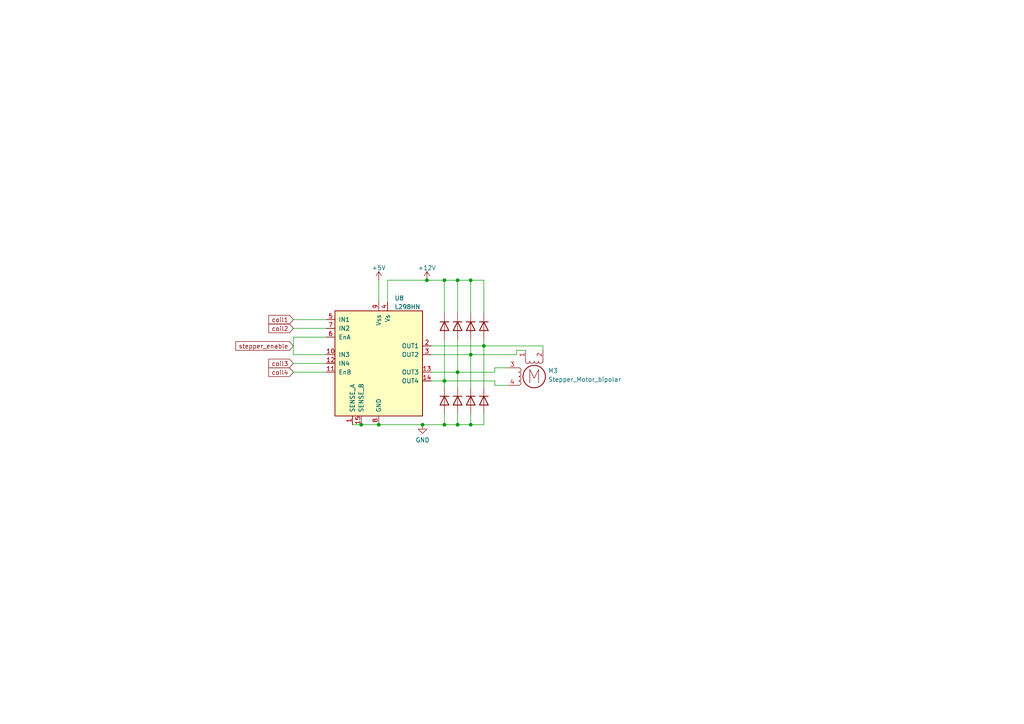
<source format=kicad_sch>
(kicad_sch (version 20230121) (generator eeschema)
  (paper "A4")
  (lib_symbols
    (symbol "Device:D" (pin_numbers hide) (pin_names (offset 1.016) hide)
      (property "Reference" "D" (at 0 2.54 0))
      (property "Value" "D" (at 0 -2.54 0))
      (symbol "D_0_1"
        (polyline (pts (xy -1.27 1.27) (xy -1.27 -1.27)) (stroke (width 0.254)))
        (polyline (pts (xy 1.27 0) (xy -1.27 0)))
        (polyline (pts (xy 1.27 1.27) (xy 1.27 -1.27) (xy -1.27 0) (xy 1.27 1.27)) (stroke (width 0.254)))
      )
      (symbol "D_1_1"
        (pin passive line (at -3.81 0 0) (length 2.54) (name "K") (number "1"))
        (pin passive line (at 3.81 0 180) (length 2.54) (name "A") (number "2"))
      )
    )
    (symbol "Driver_Motor:L298HN" (pin_names (offset 1.016))
      (property "Reference" "U" (at -10.16 16.51 0))
      (property "Value" "L298HN" (at 12.7 16.51 0))
      (symbol "L298HN_0_1"
        (rectangle (start -12.7 15.24) (end 12.7 -15.24) (stroke (width 0.254)) (fill (type background)))
      )
      (symbol "L298HN_1_1"
        (pin power_in line (at -7.62 -17.78 90) (length 2.54) (name "SENSE_A") (number "1"))
        (pin input line (at -15.24 2.54 0) (length 2.54) (name "IN3") (number "10"))
        (pin input line (at -15.24 -2.54 0) (length 2.54) (name "EnB") (number "11"))
        (pin input line (at -15.24 0 0) (length 2.54) (name "IN4") (number "12"))
        (pin output line (at 15.24 -2.54 180) (length 2.54) (name "OUT3") (number "13"))
        (pin output line (at 15.24 -5.08 180) (length 2.54) (name "OUT4") (number "14"))
        (pin power_in line (at -5.08 -17.78 90) (length 2.54) (name "SENSE_B") (number "15"))
        (pin output line (at 15.24 5.08 180) (length 2.54) (name "OUT1") (number "2"))
        (pin output line (at 15.24 2.54 180) (length 2.54) (name "OUT2") (number "3"))
        (pin power_in line (at 2.54 17.78 270) (length 2.54) (name "Vs") (number "4"))
        (pin input line (at -15.24 12.7 0) (length 2.54) (name "IN1") (number "5"))
        (pin input line (at -15.24 7.62 0) (length 2.54) (name "EnA") (number "6"))
        (pin input line (at -15.24 10.16 0) (length 2.54) (name "IN2") (number "7"))
        (pin power_in line (at 0 -17.78 90) (length 2.54) (name "GND") (number "8"))
        (pin power_in line (at 0 17.78 270) (length 2.54) (name "Vss") (number "9"))
      )
    )
    (symbol "Motor:Stepper_Motor_bipolar" (pin_names (offset 0) hide)
      (property "Reference" "M" (at 3.81 2.54 0))
      (property "Value" "Stepper_Motor_bipolar" (at 3.81 1.27 0))
      (symbol "Stepper_Motor_bipolar_0_0"
        (polyline (pts (xy -1.27 -1.778) (xy -1.27 2.032) (xy 0 -0.508) (xy 1.27 2.032) (xy 1.27 -1.778)))
      )
      (symbol "Stepper_Motor_bipolar_0_1"
        (arc (start -4.445 -2.54) (mid -3.8127 -1.905) (end -4.445 -1.27))
        (arc (start -4.445 -1.27) (mid -3.8127 -0.635) (end -4.445 0))
        (arc (start -4.445 0) (mid -3.8127 0.635) (end -4.445 1.27))
        (arc (start -4.445 1.27) (mid -3.8127 1.905) (end -4.445 2.54))
        (arc (start -2.54 4.445) (mid -1.905 3.8127) (end -1.27 4.445))
        (arc (start -1.27 4.445) (mid -0.635 3.8127) (end 0 4.445))
        (polyline (pts (xy -5.08 -2.54) (xy -4.445 -2.54)))
        (polyline (pts (xy -5.08 2.54) (xy -4.445 2.54)))
        (polyline (pts (xy -2.54 5.08) (xy -2.54 4.445)))
        (polyline (pts (xy 2.54 5.08) (xy 2.54 4.445)))
        (circle (center 0 0) (radius 3.2512) (stroke (width 0.254)))
        (arc (start 0 4.445) (mid 0.635 3.8127) (end 1.27 4.445))
        (arc (start 1.27 4.445) (mid 1.905 3.8127) (end 2.54 4.445))
      )
      (symbol "Stepper_Motor_bipolar_1_1"
        (pin passive line (at -2.54 7.62 270) (length 2.54) (name "~") (number "1"))
        (pin passive line (at 2.54 7.62 270) (length 2.54) (name "-") (number "2"))
        (pin passive line (at -7.62 2.54 0) (length 2.54) (name "~") (number "3"))
        (pin passive line (at -7.62 -2.54 0) (length 2.54) (name "~") (number "4"))
      )
    )
    (symbol "power:+12V" (power) (pin_names (offset 0))
      (property "Value" "+12V" (at 0 3.556 0))
      (symbol "+12V_0_1"
        (polyline (pts (xy -0.762 1.27) (xy 0 2.54)))
        (polyline (pts (xy 0 0) (xy 0 2.54)))
        (polyline (pts (xy 0 2.54) (xy 0.762 1.27)))
      )
      (symbol "+12V_1_1"
        (pin power_in line (at 0 0 90) (length 0) hide (name "+12V") (number "1"))
      )
    )
    (symbol "power:+5V" (power) (pin_names (offset 0))
      (property "Value" "+5V" (at 0 3.556 0))
      (symbol "+5V_0_1"
        (polyline (pts (xy -0.762 1.27) (xy 0 2.54)))
        (polyline (pts (xy 0 0) (xy 0 2.54)))
        (polyline (pts (xy 0 2.54) (xy 0.762 1.27)))
      )
      (symbol "+5V_1_1"
        (pin power_in line (at 0 0 90) (length 0) hide (name "+5V") (number "1"))
      )
    )
    (symbol "power:GND" (power) (pin_names (offset 0))
      (property "Value" "GND" (at 0 -3.81 0))
      (symbol "GND_0_1"
        (polyline (pts (xy 0 0) (xy 0 -1.27) (xy 1.27 -1.27) (xy 0 -2.54) (xy -1.27 -1.27) (xy 0 -1.27)))
      )
      (symbol "GND_1_1"
        (pin power_in line (at 0 0 270) (length 0) hide (name "GND") (number "1"))
      )
    )
  )
  (junction (at 140.335 100.33))
  (junction (at 122.555 123.19))
  (junction (at 132.715 123.19))
  (junction (at 128.905 81.28))
  (junction (at 136.525 102.87))
  (junction (at 132.715 107.95))
  (junction (at 128.905 110.49))
  (junction (at 104.775 123.19))
  (junction (at 123.825 81.28))
  (junction (at 132.715 81.28))
  (junction (at 109.855 123.19))
  (junction (at 128.905 123.19))
  (junction (at 136.525 123.19))
  (junction (at 136.525 81.28))
  (wire (pts (xy 149.86 102.87) (xy 149.86 101.6)))
  (wire (pts (xy 128.905 110.49) (xy 143.51 110.49)))
  (wire (pts (xy 128.905 81.28) (xy 123.825 81.28)))
  (wire (pts (xy 132.715 123.19) (xy 136.525 123.19)))
  (wire (pts (xy 136.525 123.19) (xy 140.335 123.19)))
  (wire (pts (xy 109.855 123.19) (xy 122.555 123.19)))
  (wire (pts (xy 149.86 101.6) (xy 152.4 101.6)))
  (wire (pts (xy 140.335 81.28) (xy 140.335 90.805)))
  (wire (pts (xy 125.095 110.49) (xy 128.905 110.49)))
  (wire (pts (xy 136.525 102.87) (xy 149.86 102.87)))
  (wire (pts (xy 132.715 98.425) (xy 132.715 107.95)))
  (wire (pts (xy 109.855 81.28) (xy 109.855 87.63)))
  (wire (pts (xy 102.235 123.19) (xy 104.775 123.19)))
  (wire (pts (xy 140.335 100.33) (xy 157.48 100.33)))
  (wire (pts (xy 85.09 95.25) (xy 94.615 95.25)))
  (wire (pts (xy 85.09 102.87) (xy 85.09 97.79)))
  (wire (pts (xy 143.51 107.95) (xy 143.51 106.68)))
  (wire (pts (xy 123.825 81.28) (xy 112.395 81.28)))
  (wire (pts (xy 125.095 107.95) (xy 132.715 107.95)))
  (wire (pts (xy 140.335 98.425) (xy 140.335 100.33)))
  (wire (pts (xy 140.335 100.33) (xy 140.335 112.395)))
  (wire (pts (xy 132.715 107.95) (xy 143.51 107.95)))
  (wire (pts (xy 128.905 81.28) (xy 132.715 81.28)))
  (wire (pts (xy 128.905 98.425) (xy 128.905 110.49)))
  (wire (pts (xy 143.51 110.49) (xy 143.51 111.76)))
  (wire (pts (xy 136.525 81.28) (xy 136.525 90.805)))
  (wire (pts (xy 128.905 123.19) (xy 132.715 123.19)))
  (wire (pts (xy 128.905 90.805) (xy 128.905 81.28)))
  (wire (pts (xy 132.715 120.015) (xy 132.715 123.19)))
  (wire (pts (xy 136.525 98.425) (xy 136.525 102.87)))
  (wire (pts (xy 85.09 107.95) (xy 94.615 107.95)))
  (wire (pts (xy 136.525 120.015) (xy 136.525 123.19)))
  (wire (pts (xy 140.335 123.19) (xy 140.335 120.015)))
  (wire (pts (xy 157.48 100.33) (xy 157.48 101.6)))
  (wire (pts (xy 136.525 102.87) (xy 136.525 112.395)))
  (wire (pts (xy 132.715 107.95) (xy 132.715 112.395)))
  (wire (pts (xy 143.51 111.76) (xy 147.32 111.76)))
  (wire (pts (xy 85.09 97.79) (xy 94.615 97.79)))
  (wire (pts (xy 128.905 120.015) (xy 128.905 123.19)))
  (wire (pts (xy 85.09 102.87) (xy 94.615 102.87)))
  (wire (pts (xy 125.095 100.33) (xy 140.335 100.33)))
  (wire (pts (xy 112.395 81.28) (xy 112.395 87.63)))
  (wire (pts (xy 122.555 123.19) (xy 128.905 123.19)))
  (wire (pts (xy 143.51 106.68) (xy 147.32 106.68)))
  (wire (pts (xy 128.905 110.49) (xy 128.905 112.395)))
  (wire (pts (xy 132.715 81.28) (xy 136.525 81.28)))
  (wire (pts (xy 85.09 92.71) (xy 94.615 92.71)))
  (wire (pts (xy 136.525 81.28) (xy 140.335 81.28)))
  (wire (pts (xy 125.095 102.87) (xy 136.525 102.87)))
  (wire (pts (xy 85.09 105.41) (xy 94.615 105.41)))
  (wire (pts (xy 104.775 123.19) (xy 109.855 123.19)))
  (wire (pts (xy 132.715 81.28) (xy 132.715 90.805)))
  (global_label "coil2" (shape input) (at 85.09 95.25 180) (property "Intersheetrefs" "${INTERSHEET_REFS}" (effects hide)))
  (global_label "coil4" (shape input) (at 85.09 107.95 180) (property "Intersheetrefs" "${INTERSHEET_REFS}" (effects hide)))
  (global_label "coil1" (shape input) (at 85.09 92.71 180) (property "Intersheetrefs" "${INTERSHEET_REFS}" (effects hide)))
  (global_label "stepper_enable" (shape input) (at 85.09 100.33 180) (property "Intersheetrefs" "${INTERSHEET_REFS}" (effects hide)))
  (global_label "coil3" (shape input) (at 85.09 105.41 180) (property "Intersheetrefs" "${INTERSHEET_REFS}" (effects hide)))
  (symbol (lib_id "power:+12V") (at 123.825 81.28 0) (unit 1)
    (property "Reference" "#PWR037" (effects hide))
    (property "Value" "+12V" (at 123.825 77.7042 0))
  )
  (symbol (lib_id "Motor:Stepper_Motor_bipolar") (at 154.94 109.22 0) (unit 1)
    (property "Reference" "M3" (at 158.9532 107.5344 0) (effects (justify left)))
    (property "Value" "Stepper_Motor_bipolar" (at 158.9532 110.0713 0) (effects (justify left)))
    (property "Datasheet" "http://www.infineon.com/dgdl/Application-Note-TLE8110EE_driving_UniPolarStepperMotor_V1.1.pdf?fileId=db3a30431be39b97011be5d0aa0a00b0" (effects hide))
  )
  (symbol (lib_id "Device:D") (at 128.905 94.615 270) (unit 1)
    (property "Reference" "D12" (effects hide))
    (property "Value" "D" (effects hide))
  )
  (symbol (lib_id "Device:D") (at 140.335 94.615 270) (unit 1)
    (property "Reference" "D15" (effects hide))
    (property "Value" "D" (effects hide))
  )
  (symbol (lib_id "Device:D") (at 140.335 116.205 270) (unit 1)
    (property "Reference" "D19" (effects hide))
    (property "Value" "D" (effects hide))
  )
  (symbol (lib_id "power:GND") (at 122.555 123.19 0) (unit 1)
    (property "Reference" "#PWR038" (effects hide))
    (property "Value" "GND" (at 122.555 127.6334 0))
  )
  (symbol (lib_id "Device:D") (at 136.525 94.615 270) (unit 1)
    (property "Reference" "D14" (effects hide))
    (property "Value" "D" (effects hide))
  )
  (symbol (lib_id "Device:D") (at 136.525 116.205 270) (unit 1)
    (property "Reference" "D18" (effects hide))
    (property "Value" "D" (effects hide))
  )
  (symbol (lib_id "power:+5V") (at 109.855 81.28 0) (unit 1)
    (property "Reference" "#PWR036" (effects hide))
    (property "Value" "+5V" (at 109.855 77.7042 0))
  )
  (symbol (lib_id "Device:D") (at 132.715 94.615 270) (unit 1)
    (property "Reference" "D13" (effects hide))
    (property "Value" "D" (effects hide))
  )
  (symbol (lib_id "Device:D") (at 132.715 116.205 270) (unit 1)
    (property "Reference" "D17" (effects hide))
    (property "Value" "D" (effects hide))
  )
  (symbol (lib_id "Driver_Motor:L298HN") (at 109.855 105.41 0) (unit 1)
    (property "Reference" "U8" (at 114.4144 86.4702 0) (effects (justify left)))
    (property "Value" "L298HN" (at 114.4144 89.0071 0) (effects (justify left)))
    (property "Footprint" "Package_TO_SOT_THT:TO-220-15_P2.54x2.54mm_StaggerOdd_Lead5.84mm_TabDown" (effects hide))
    (property "Datasheet" "http://www.st.com/st-web-ui/static/active/en/resource/technical/document/datasheet/CD00000240.pdf" (effects hide))
  )
  (symbol (lib_id "Device:D") (at 128.905 116.205 270) (unit 1)
    (property "Reference" "D16" (effects hide))
    (property "Value" "D" (effects hide))
  )
)
</source>
